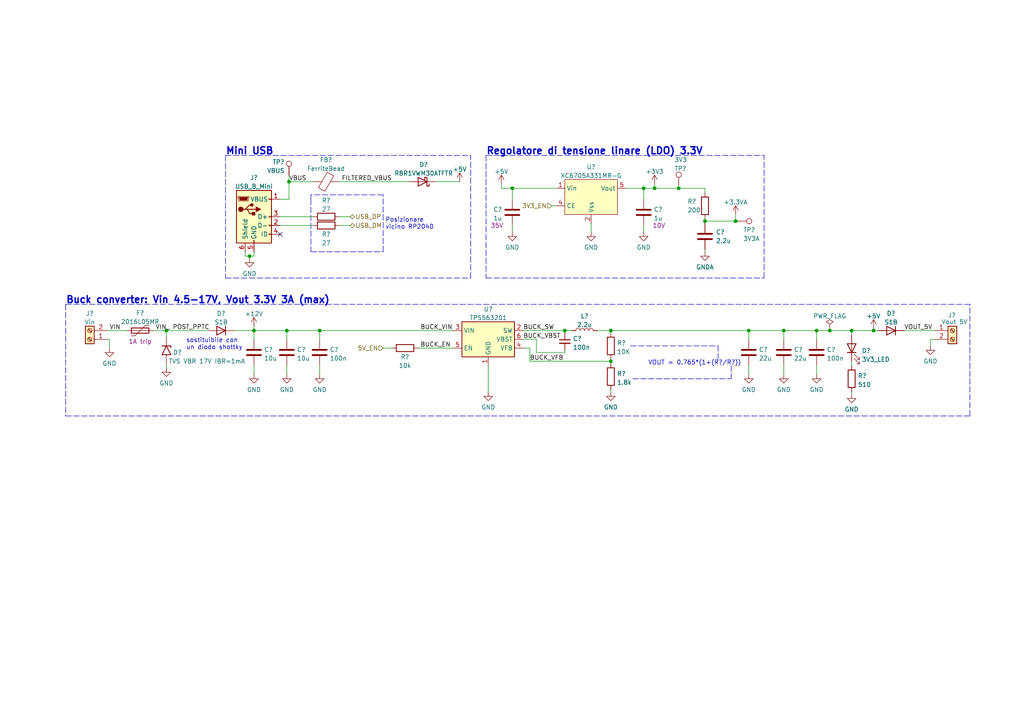
<source format=kicad_sch>
(kicad_sch (version 20211123) (generator eeschema)
  (paper "A4")
  (title_block (title "Scheda PSE RP2040") (date "2023-03-29") (rev "1.0") (comment 1 "Filippo Castellan ") (comment 2 "Edoardo Nicolodi") (comment 3 "Alessandro Speranza") (comment 4 "Ilaria Zamai"))
  (lib_symbols
    (symbol "Connector:Screw_Terminal_01x02" (pin_names (offset 1.016) hide)
      (property "Reference" "J" (at 0 2.54 0))
      (property "Value" "Screw_Terminal_01x02" (at 0 -5.08 0))
      (symbol "Screw_Terminal_01x02_1_1"
        (rectangle (start -1.27 1.27) (end 1.27 -3.81) (stroke (width 0.254)) (fill (type background)))
        (circle (center 0 -2.54) (radius 0.635) (stroke (width 0.1524)))
        (polyline (pts (xy -0.5334 -2.2098) (xy 0.3302 -3.048)) (stroke (width 0.1524)))
        (polyline (pts (xy -0.5334 0.3302) (xy 0.3302 -0.508)) (stroke (width 0.1524)))
        (polyline (pts (xy -0.3556 -2.032) (xy 0.508 -2.8702)) (stroke (width 0.1524)))
        (polyline (pts (xy -0.3556 0.508) (xy 0.508 -0.3302)) (stroke (width 0.1524)))
        (circle (center 0 0) (radius 0.635) (stroke (width 0.1524)))
        (pin passive line (at -5.08 0 0) (length 3.81) (name "Pin_1") (number "1"))
        (pin passive line (at -5.08 -2.54 0) (length 3.81) (name "Pin_2") (number "2"))
      )
    )
    (symbol "Connector:TestPoint" (pin_numbers hide) (pin_names (offset 0.762) hide)
      (property "Reference" "TP" (at 0 6.858 0))
      (property "Value" "TestPoint" (at 0 5.08 0))
      (symbol "TestPoint_0_1"
        (circle (center 0 3.302) (radius 0.762))
      )
      (symbol "TestPoint_1_1"
        (pin passive line (at 0 0 90) (length 2.54) (name "1") (number "1"))
      )
    )
    (symbol "Connector:USB_B_Mini" (pin_names (offset 1.016))
      (property "Reference" "J" (at -5.08 11.43 0))
      (property "Value" "USB_B_Mini" (at -5.08 8.89 0))
      (symbol "USB_B_Mini_0_1"
        (rectangle (start -5.08 -7.62) (end 5.08 7.62) (stroke (width 0.254)) (fill (type background)))
        (circle (center -3.81 2.159) (radius 0.635) (stroke (width 0.254)) (fill (type outline)))
        (circle (center -0.635 3.429) (radius 0.381) (stroke (width 0.254)) (fill (type outline)))
        (rectangle (start -0.127 -7.62) (end 0.127 -6.858))
        (polyline (pts (xy -1.905 2.159) (xy 0.635 2.159)) (stroke (width 0.254)))
        (polyline (pts (xy -3.175 2.159) (xy -2.54 2.159) (xy -1.27 3.429) (xy -0.635 3.429)) (stroke (width 0.254)))
        (polyline (pts (xy -2.54 2.159) (xy -1.905 2.159) (xy -1.27 0.889) (xy 0 0.889)) (stroke (width 0.254)))
        (polyline (pts (xy 0.635 2.794) (xy 0.635 1.524) (xy 1.905 2.159) (xy 0.635 2.794)) (stroke (width 0.254)) (fill (type outline)))
        (polyline (pts (xy -4.318 5.588) (xy -1.778 5.588) (xy -2.032 4.826) (xy -4.064 4.826) (xy -4.318 5.588)) (fill (type outline)))
        (polyline (pts (xy -4.699 5.842) (xy -4.699 5.588) (xy -4.445 4.826) (xy -4.445 4.572) (xy -1.651 4.572) (xy -1.651 4.826) (xy -1.397 5.588) (xy -1.397 5.842) (xy -4.699 5.842)))
        (rectangle (start 0.254 1.27) (end -0.508 0.508) (stroke (width 0.254)) (fill (type outline)))
        (rectangle (start 5.08 -5.207) (end 4.318 -4.953))
        (rectangle (start 5.08 -2.667) (end 4.318 -2.413))
        (rectangle (start 5.08 -0.127) (end 4.318 0.127))
        (rectangle (start 5.08 4.953) (end 4.318 5.207))
      )
      (symbol "USB_B_Mini_1_1"
        (pin power_out line (at 7.62 5.08 180) (length 2.54) (name "VBUS") (number "1"))
        (pin bidirectional line (at 7.62 -2.54 180) (length 2.54) (name "D-") (number "2"))
        (pin bidirectional line (at 7.62 0 180) (length 2.54) (name "D+") (number "3"))
        (pin passive line (at 7.62 -5.08 180) (length 2.54) (name "ID") (number "4"))
        (pin power_out line (at 0 -10.16 90) (length 2.54) (name "GND") (number "5"))
        (pin passive line (at -2.54 -10.16 90) (length 2.54) (name "Shield") (number "6"))
      )
    )
    (symbol "Device:C" (pin_numbers hide) (pin_names (offset 0.254))
      (property "Reference" "C" (at 0.635 2.54 0))
      (property "Value" "C" (at 0.635 -2.54 0))
      (symbol "C_0_1"
        (polyline (pts (xy -2.032 -0.762) (xy 2.032 -0.762)) (stroke (width 0.508)))
        (polyline (pts (xy -2.032 0.762) (xy 2.032 0.762)) (stroke (width 0.508)))
      )
      (symbol "C_1_1"
        (pin passive line (at 0 3.81 270) (length 2.794) (name "~") (number "1"))
        (pin passive line (at 0 -3.81 90) (length 2.794) (name "~") (number "2"))
      )
    )
    (symbol "Device:C_Small" (pin_numbers hide) (pin_names (offset 0.254) hide)
      (property "Reference" "C" (at 0.254 1.778 0))
      (property "Value" "C_Small" (at 0.254 -2.032 0))
      (symbol "C_Small_0_1"
        (polyline (pts (xy -1.524 -0.508) (xy 1.524 -0.508)) (stroke (width 0.3302)))
        (polyline (pts (xy -1.524 0.508) (xy 1.524 0.508)) (stroke (width 0.3048)))
      )
      (symbol "C_Small_1_1"
        (pin passive line (at 0 2.54 270) (length 2.032) (name "~") (number "1"))
        (pin passive line (at 0 -2.54 90) (length 2.032) (name "~") (number "2"))
      )
    )
    (symbol "Device:D" (pin_numbers hide) (pin_names (offset 1.016) hide)
      (property "Reference" "D" (at 0 2.54 0))
      (property "Value" "D" (at 0 -2.54 0))
      (symbol "D_0_1"
        (polyline (pts (xy -1.27 1.27) (xy -1.27 -1.27)) (stroke (width 0.254)))
        (polyline (pts (xy 1.27 0) (xy -1.27 0)))
        (polyline (pts (xy 1.27 1.27) (xy 1.27 -1.27) (xy -1.27 0) (xy 1.27 1.27)) (stroke (width 0.254)))
      )
      (symbol "D_1_1"
        (pin passive line (at -3.81 0 0) (length 2.54) (name "K") (number "1"))
        (pin passive line (at 3.81 0 180) (length 2.54) (name "A") (number "2"))
      )
    )
    (symbol "Device:D_Schottky" (pin_numbers hide) (pin_names (offset 1.016) hide)
      (property "Reference" "D" (at 0 2.54 0))
      (property "Value" "D_Schottky" (at 0 -2.54 0))
      (symbol "D_Schottky_0_1"
        (polyline (pts (xy 1.27 0) (xy -1.27 0)))
        (polyline (pts (xy 1.27 1.27) (xy 1.27 -1.27) (xy -1.27 0) (xy 1.27 1.27)) (stroke (width 0.254)))
        (polyline (pts (xy -1.905 0.635) (xy -1.905 1.27) (xy -1.27 1.27) (xy -1.27 -1.27) (xy -0.635 -1.27) (xy -0.635 -0.635)) (stroke (width 0.254)))
      )
      (symbol "D_Schottky_1_1"
        (pin passive line (at -3.81 0 0) (length 2.54) (name "K") (number "1"))
        (pin passive line (at 3.81 0 180) (length 2.54) (name "A") (number "2"))
      )
    )
    (symbol "Device:FerriteBead" (pin_numbers hide) (pin_names (offset 0))
      (property "Reference" "FB" (at -3.81 0.635 90))
      (property "Value" "FerriteBead" (at 3.81 0 90))
      (symbol "FerriteBead_0_1"
        (polyline (pts (xy 0 -1.27) (xy 0 -1.2192)))
        (polyline (pts (xy 0 1.27) (xy 0 1.2954)))
        (polyline (pts (xy -2.7686 0.4064) (xy -1.7018 2.2606) (xy 2.7686 -0.3048) (xy 1.6764 -2.159) (xy -2.7686 0.4064)))
      )
      (symbol "FerriteBead_1_1"
        (pin passive line (at 0 3.81 270) (length 2.54) (name "~") (number "1"))
        (pin passive line (at 0 -3.81 90) (length 2.54) (name "~") (number "2"))
      )
    )
    (symbol "Device:L" (pin_numbers hide) (pin_names (offset 1.016) hide)
      (property "Reference" "L" (at -1.27 0 90))
      (property "Value" "L" (at 1.905 0 90))
      (symbol "L_0_1"
        (arc (start 0 -2.54) (mid 0.635 -1.905) (end 0 -1.27))
        (arc (start 0 -1.27) (mid 0.635 -0.635) (end 0 0))
        (arc (start 0 0) (mid 0.635 0.635) (end 0 1.27))
        (arc (start 0 1.27) (mid 0.635 1.905) (end 0 2.54))
      )
      (symbol "L_1_1"
        (pin passive line (at 0 3.81 270) (length 1.27) (name "1") (number "1"))
        (pin passive line (at 0 -3.81 90) (length 1.27) (name "2") (number "2"))
      )
    )
    (symbol "Device:LED" (pin_numbers hide) (pin_names (offset 1.016) hide)
      (property "Reference" "D" (at 0 2.54 0))
      (property "Value" "LED" (at 0 -2.54 0))
      (symbol "LED_0_1"
        (polyline (pts (xy -1.27 -1.27) (xy -1.27 1.27)) (stroke (width 0.254)))
        (polyline (pts (xy -1.27 0) (xy 1.27 0)))
        (polyline (pts (xy 1.27 -1.27) (xy 1.27 1.27) (xy -1.27 0) (xy 1.27 -1.27)) (stroke (width 0.254)))
        (polyline (pts (xy -3.048 -0.762) (xy -4.572 -2.286) (xy -3.81 -2.286) (xy -4.572 -2.286) (xy -4.572 -1.524)))
        (polyline (pts (xy -1.778 -0.762) (xy -3.302 -2.286) (xy -2.54 -2.286) (xy -3.302 -2.286) (xy -3.302 -1.524)))
      )
      (symbol "LED_1_1"
        (pin passive line (at -3.81 0 0) (length 2.54) (name "K") (number "1"))
        (pin passive line (at 3.81 0 180) (length 2.54) (name "A") (number "2"))
      )
    )
    (symbol "Device:Polyfuse" (pin_numbers hide) (pin_names (offset 0))
      (property "Reference" "F" (at -2.54 0 90))
      (property "Value" "Polyfuse" (at 2.54 0 90))
      (symbol "Polyfuse_0_1"
        (rectangle (start -0.762 2.54) (end 0.762 -2.54) (stroke (width 0.254)))
        (polyline (pts (xy 0 2.54) (xy 0 -2.54)))
        (polyline (pts (xy -1.524 2.54) (xy -1.524 1.524) (xy 1.524 -1.524) (xy 1.524 -2.54)))
      )
      (symbol "Polyfuse_1_1"
        (pin passive line (at 0 3.81 270) (length 1.27) (name "~") (number "1"))
        (pin passive line (at 0 -3.81 90) (length 1.27) (name "~") (number "2"))
      )
    )
    (symbol "Device:R" (pin_numbers hide) (pin_names (offset 0))
      (property "Reference" "R" (at 2.032 0 90))
      (property "Value" "R" (at 0 0 90))
      (symbol "R_0_1"
        (rectangle (start -1.016 -2.54) (end 1.016 2.54) (stroke (width 0.254)))
      )
      (symbol "R_1_1"
        (pin passive line (at 0 3.81 270) (length 1.27) (name "~") (number "1"))
        (pin passive line (at 0 -3.81 90) (length 1.27) (name "~") (number "2"))
      )
    )
    (symbol "Diode:1.5KExxA" (pin_numbers hide) (pin_names (offset 1.016) hide)
      (property "Reference" "D" (at 0 2.54 0))
      (property "Value" "1.5KExxA" (at 0 -2.54 0))
      (symbol "1.5KExxA_0_1"
        (polyline (pts (xy -0.762 1.27) (xy -1.27 1.27) (xy -1.27 -1.27)) (stroke (width 0.254)))
        (polyline (pts (xy 1.27 1.27) (xy 1.27 -1.27) (xy -1.27 0) (xy 1.27 1.27)) (stroke (width 0.254)))
      )
      (symbol "1.5KExxA_1_1"
        (pin passive line (at -3.81 0 0) (length 2.54) (name "A1") (number "1"))
        (pin passive line (at 3.81 0 180) (length 2.54) (name "A2") (number "2"))
      )
    )
    (symbol "Regulator_Switching:TPS563200"
      (property "Reference" "U" (at -7.62 6.35 0))
      (property "Value" "TPS563200" (at -2.54 6.35 0))
      (symbol "TPS563200_0_1"
        (rectangle (start -7.62 5.08) (end 7.62 -5.08) (stroke (width 0.254)) (fill (type background)))
      )
      (symbol "TPS563200_1_1"
        (pin power_in line (at 0 -7.62 90) (length 2.54) (name "GND") (number "1"))
        (pin output line (at 10.16 2.54 180) (length 2.54) (name "SW") (number "2"))
        (pin power_in line (at -10.16 2.54 0) (length 2.54) (name "VIN") (number "3"))
        (pin input line (at 10.16 -2.54 180) (length 2.54) (name "VFB") (number "4"))
        (pin input line (at -10.16 -2.54 0) (length 2.54) (name "EN") (number "5"))
        (pin passive line (at 10.16 0 180) (length 2.54) (name "VBST") (number "6"))
      )
    )
    (symbol "_PSE 2022:XC6705A331MR-G"
      (property "Reference" "U" (at 0 6.35 0))
      (property "Value" "XC6705A331MR-G" (at 0 3.81 0))
      (symbol "XC6705A331MR-G_0_1"
        (rectangle (start -7.62 2.54) (end 7.62 -7.62) (stroke (width 0.1524)) (fill (type background)))
      )
      (symbol "XC6705A331MR-G_1_1"
        (pin power_in line (at -10.16 0 0) (length 2.54) (name "Vin") (number "1"))
        (pin power_in line (at 0 -10.16 90) (length 2.54) (name "Vss") (number "2"))
        (pin input line (at -10.16 -5.08 0) (length 2.54) (name "CE") (number "4"))
        (pin power_out line (at 10.16 0 180) (length 2.54) (name "Vout") (number "5"))
      )
    )
    (symbol "power:+12V" (power) (pin_names (offset 0))
      (property "Value" "+12V" (at 0 3.556 0))
      (symbol "+12V_0_1"
        (polyline (pts (xy -0.762 1.27) (xy 0 2.54)))
        (polyline (pts (xy 0 0) (xy 0 2.54)))
        (polyline (pts (xy 0 2.54) (xy 0.762 1.27)))
      )
      (symbol "+12V_1_1"
        (pin power_in line (at 0 0 90) (length 0) hide (name "+12V") (number "1"))
      )
    )
    (symbol "power:+3.3VA" (power) (pin_names (offset 0))
      (property "Value" "+3.3VA" (at 0 3.556 0))
      (symbol "+3.3VA_0_1"
        (polyline (pts (xy -0.762 1.27) (xy 0 2.54)))
        (polyline (pts (xy 0 0) (xy 0 2.54)))
        (polyline (pts (xy 0 2.54) (xy 0.762 1.27)))
      )
      (symbol "+3.3VA_1_1"
        (pin power_in line (at 0 0 90) (length 0) hide (name "+3.3VA") (number "1"))
      )
    )
    (symbol "power:+3V3" (power) (pin_names (offset 0))
      (property "Value" "+3V3" (at 0 3.556 0))
      (symbol "+3V3_0_1"
        (polyline (pts (xy -0.762 1.27) (xy 0 2.54)))
        (polyline (pts (xy 0 0) (xy 0 2.54)))
        (polyline (pts (xy 0 2.54) (xy 0.762 1.27)))
      )
      (symbol "+3V3_1_1"
        (pin power_in line (at 0 0 90) (length 0) hide (name "+3V3") (number "1"))
      )
    )
    (symbol "power:+5V" (power) (pin_names (offset 0))
      (property "Value" "+5V" (at 0 3.556 0))
      (symbol "+5V_0_1"
        (polyline (pts (xy -0.762 1.27) (xy 0 2.54)))
        (polyline (pts (xy 0 0) (xy 0 2.54)))
        (polyline (pts (xy 0 2.54) (xy 0.762 1.27)))
      )
      (symbol "+5V_1_1"
        (pin power_in line (at 0 0 90) (length 0) hide (name "+5V") (number "1"))
      )
    )
    (symbol "power:GND" (power) (pin_names (offset 0))
      (property "Value" "GND" (at 0 -3.81 0))
      (symbol "GND_0_1"
        (polyline (pts (xy 0 0) (xy 0 -1.27) (xy 1.27 -1.27) (xy 0 -2.54) (xy -1.27 -1.27) (xy 0 -1.27)))
      )
      (symbol "GND_1_1"
        (pin power_in line (at 0 0 270) (length 0) hide (name "GND") (number "1"))
      )
    )
    (symbol "power:GNDA" (power) (pin_names (offset 0))
      (property "Value" "GNDA" (at 0 -3.81 0))
      (symbol "GNDA_0_1"
        (polyline (pts (xy 0 0) (xy 0 -1.27) (xy 1.27 -1.27) (xy 0 -2.54) (xy -1.27 -1.27) (xy 0 -1.27)))
      )
      (symbol "GNDA_1_1"
        (pin power_in line (at 0 0 270) (length 0) hide (name "GNDA") (number "1"))
      )
    )
    (symbol "power:PWR_FLAG" (power) (pin_numbers hide) (pin_names (offset 0) hide)
      (property "Value" "PWR_FLAG" (at 0 3.81 0))
      (symbol "PWR_FLAG_0_0"
        (pin power_out line (at 0 0 90) (length 0) (name "pwr") (number "1"))
      )
      (symbol "PWR_FLAG_0_1"
        (polyline (pts (xy 0 0) (xy 0 1.27) (xy -1.016 1.905) (xy 0 2.54) (xy 1.016 1.905) (xy 0 1.27)))
      )
    )
  )
  (junction (at 240.665 95.885))
  (junction (at 236.855 95.885))
  (junction (at 213.36 64.135))
  (junction (at 148.59 54.61))
  (junction (at 83.82 52.705))
  (junction (at 72.39 74.295))
  (junction (at 177.165 104.775))
  (junction (at 92.71 95.885))
  (junction (at 48.26 95.885))
  (junction (at 73.66 95.885))
  (junction (at 247.015 95.885))
  (junction (at 204.47 64.135))
  (junction (at 189.865 54.61))
  (junction (at 177.165 95.885))
  (junction (at 227.33 95.885))
  (junction (at 186.69 54.61))
  (junction (at 196.85 54.61))
  (junction (at 253.365 95.885))
  (junction (at 217.17 95.885))
  (junction (at 83.185 95.885))
  (junction (at 163.83 95.885))
  (no_connect (at 81.28 67.945))
  (wire (pts (xy 81.28 62.865) (xy 90.805 62.865)))
  (polyline (pts (xy 183.515 109.855) (xy 212.09 109.855)))
  (wire (pts (xy 73.66 95.885) (xy 73.66 94.615)))
  (wire (pts (xy 254.635 95.885) (xy 253.365 95.885)))
  (wire (pts (xy 31.115 95.885) (xy 36.83 95.885)))
  (wire (pts (xy 72.39 74.295) (xy 72.39 74.93)))
  (wire (pts (xy 247.015 113.665) (xy 247.015 114.3)))
  (wire (pts (xy 126.365 52.705) (xy 133.35 52.705)))
  (wire (pts (xy 253.365 95.885) (xy 253.365 95.25)))
  (wire (pts (xy 196.85 54.61) (xy 204.47 54.61)))
  (wire (pts (xy 247.015 104.775) (xy 247.015 106.045)))
  (wire (pts (xy 171.45 64.77) (xy 171.45 67.31)))
  (wire (pts (xy 196.85 53.975) (xy 196.85 54.61)))
  (wire (pts (xy 271.145 98.425) (xy 269.875 98.425)))
  (wire (pts (xy 98.425 62.865) (xy 101.6 62.865)))
  (wire (pts (xy 83.185 106.045) (xy 83.185 108.585)))
  (wire (pts (xy 73.66 95.885) (xy 83.185 95.885)))
  (wire (pts (xy 186.69 57.785) (xy 186.69 54.61)))
  (polyline (pts (xy 140.97 45.085) (xy 140.97 80.645)))
  (polyline (pts (xy 65.405 45.085) (xy 65.405 80.645)))
  (wire (pts (xy 155.575 102.235) (xy 163.83 102.235)))
  (wire (pts (xy 73.66 74.295) (xy 73.66 73.025)))
  (wire (pts (xy 145.415 53.34) (xy 145.415 54.61)))
  (wire (pts (xy 98.425 65.405) (xy 101.6 65.405)))
  (wire (pts (xy 163.83 95.885) (xy 151.765 95.885)))
  (wire (pts (xy 153.67 100.965) (xy 151.765 100.965)))
  (wire (pts (xy 240.665 95.885) (xy 247.015 95.885)))
  (wire (pts (xy 186.69 54.61) (xy 189.865 54.61)))
  (wire (pts (xy 111.125 100.965) (xy 113.665 100.965)))
  (wire (pts (xy 145.415 54.61) (xy 148.59 54.61)))
  (wire (pts (xy 92.71 95.885) (xy 92.71 98.425)))
  (wire (pts (xy 247.015 95.885) (xy 247.015 97.155)))
  (wire (pts (xy 81.28 65.405) (xy 90.805 65.405)))
  (wire (pts (xy 163.83 95.885) (xy 165.735 95.885)))
  (polyline (pts (xy 90.17 56.515) (xy 90.17 57.785)))
  (polyline (pts (xy 111.125 73.025) (xy 111.125 56.515)))
  (wire (pts (xy 217.17 106.045) (xy 217.17 108.585)))
  (wire (pts (xy 73.66 98.425) (xy 73.66 95.885)))
  (wire (pts (xy 204.47 72.39) (xy 204.47 73.025)))
  (wire (pts (xy 177.165 104.775) (xy 153.67 104.775)))
  (polyline (pts (xy 111.125 56.515) (xy 90.17 56.515)))
  (polyline (pts (xy 65.405 80.645) (xy 136.525 80.645)))
  (polyline (pts (xy 140.97 80.645) (xy 221.615 80.645)))
  (wire (pts (xy 269.875 98.425) (xy 269.875 100.33)))
  (wire (pts (xy 31.115 98.425) (xy 31.75 98.425)))
  (wire (pts (xy 72.39 74.295) (xy 73.66 74.295)))
  (polyline (pts (xy 65.405 45.085) (xy 136.525 45.085)))
  (wire (pts (xy 204.47 54.61) (xy 204.47 55.88)))
  (wire (pts (xy 67.945 95.885) (xy 73.66 95.885)))
  (wire (pts (xy 247.015 95.885) (xy 253.365 95.885)))
  (polyline (pts (xy 208.28 104.14) (xy 208.28 100.33)))
  (polyline (pts (xy 281.305 120.65) (xy 281.305 88.265)))
  (wire (pts (xy 204.47 63.5) (xy 204.47 64.135)))
  (wire (pts (xy 141.605 106.045) (xy 141.605 113.665)))
  (wire (pts (xy 213.995 64.135) (xy 213.36 64.135)))
  (wire (pts (xy 186.69 65.405) (xy 186.69 67.31)))
  (polyline (pts (xy 90.17 73.025) (xy 111.125 73.025)))
  (polyline (pts (xy 136.525 80.645) (xy 136.525 45.085)))
  (wire (pts (xy 189.865 54.61) (xy 189.865 53.34)))
  (wire (pts (xy 71.12 74.295) (xy 72.39 74.295)))
  (wire (pts (xy 92.71 106.045) (xy 92.71 108.585)))
  (wire (pts (xy 177.165 104.14) (xy 177.165 104.775)))
  (wire (pts (xy 71.12 73.025) (xy 71.12 74.295)))
  (wire (pts (xy 92.71 95.885) (xy 131.445 95.885)))
  (wire (pts (xy 227.33 98.425) (xy 227.33 95.885)))
  (polyline (pts (xy 182.88 100.33) (xy 208.28 100.33)))
  (wire (pts (xy 48.26 105.41) (xy 48.26 106.68)))
  (wire (pts (xy 189.865 54.61) (xy 196.85 54.61)))
  (wire (pts (xy 83.185 98.425) (xy 83.185 95.885)))
  (wire (pts (xy 151.765 98.425) (xy 155.575 98.425)))
  (wire (pts (xy 148.59 54.61) (xy 148.59 57.785)))
  (polyline (pts (xy 19.05 120.65) (xy 281.305 120.65)))
  (wire (pts (xy 48.26 95.885) (xy 48.26 97.79)))
  (wire (pts (xy 186.69 54.61) (xy 181.61 54.61)))
  (wire (pts (xy 177.165 95.885) (xy 177.165 96.52)))
  (wire (pts (xy 173.355 95.885) (xy 177.165 95.885)))
  (wire (pts (xy 83.82 57.785) (xy 83.82 52.705)))
  (polyline (pts (xy 140.97 45.085) (xy 221.615 45.085)))
  (wire (pts (xy 217.17 95.885) (xy 227.33 95.885)))
  (wire (pts (xy 163.83 102.235) (xy 163.83 101.6)))
  (wire (pts (xy 31.75 98.425) (xy 31.75 100.965)))
  (polyline (pts (xy 19.05 88.265) (xy 19.05 120.65)))
  (polyline (pts (xy 221.615 80.645) (xy 221.615 45.085)))
  (wire (pts (xy 148.59 65.405) (xy 148.59 67.31)))
  (wire (pts (xy 213.36 62.23) (xy 213.36 64.135)))
  (wire (pts (xy 227.33 95.885) (xy 236.855 95.885)))
  (wire (pts (xy 160.02 59.69) (xy 161.29 59.69)))
  (polyline (pts (xy 19.05 88.265) (xy 281.305 88.265)))
  (wire (pts (xy 44.45 95.885) (xy 48.26 95.885)))
  (wire (pts (xy 48.26 95.885) (xy 60.325 95.885)))
  (wire (pts (xy 262.255 95.885) (xy 271.145 95.885)))
  (polyline (pts (xy 212.09 106.045) (xy 212.09 109.855)))
  (wire (pts (xy 177.165 104.775) (xy 177.165 105.41)))
  (wire (pts (xy 153.67 104.775) (xy 153.67 100.965)))
  (wire (pts (xy 98.425 52.705) (xy 118.745 52.705)))
  (wire (pts (xy 81.28 57.785) (xy 83.82 57.785)))
  (wire (pts (xy 217.17 95.885) (xy 217.17 98.425)))
  (wire (pts (xy 236.855 106.045) (xy 236.855 108.585)))
  (wire (pts (xy 227.33 106.045) (xy 227.33 108.585)))
  (wire (pts (xy 177.165 95.885) (xy 217.17 95.885)))
  (wire (pts (xy 83.185 95.885) (xy 92.71 95.885)))
  (wire (pts (xy 236.855 95.885) (xy 236.855 98.425)))
  (wire (pts (xy 177.165 113.03) (xy 177.165 113.665)))
  (wire (pts (xy 121.285 100.965) (xy 131.445 100.965)))
  (wire (pts (xy 240.665 95.25) (xy 240.665 95.885)))
  (wire (pts (xy 83.82 52.705) (xy 83.82 50.8)))
  (wire (pts (xy 236.855 95.885) (xy 240.665 95.885)))
  (wire (pts (xy 83.82 52.705) (xy 90.805 52.705)))
  (wire (pts (xy 73.66 106.045) (xy 73.66 108.585)))
  (wire (pts (xy 163.83 96.52) (xy 163.83 95.885)))
  (wire (pts (xy 148.59 54.61) (xy 161.29 54.61)))
  (wire (pts (xy 155.575 98.425) (xy 155.575 102.235)))
  (wire (pts (xy 204.47 64.135) (xy 204.47 64.77)))
  (wire (pts (xy 204.47 64.135) (xy 213.36 64.135)))
  (polyline (pts (xy 90.17 57.785) (xy 90.17 73.025)))
  (text "Posizionare\nvicino RP2040" (at 111.76 66.675 0) (effects (font (size 1.27 1.27)) (justify left bottom)))
  (text "sostituibile con\nun diodo shottky" (at 53.975 101.6 0) (effects (font (size 1.27 1.27)) (justify left bottom)))
  (text "Buck converter: Vin 4.5-17V, Vout 3.3V 3A (max)" (at 19.05 88.265 0) (effects (font (size 2 2) (thickness 0.4) bold) (justify left bottom)))
  (text "VOUT = 0.765*(1+(R?/R?))" (at 187.96 106.045 0) (effects (font (size 1.27 1.27)) (justify left bottom)))
  (text "Regolatore di tensione linare (LDO) 3.3V" (at 140.97 45.085 0) (effects (font (size 2 2) (thickness 0.4) bold) (justify left bottom)))
  (text "Mini USB" (at 65.405 45.085 0) (effects (font (size 2 2) (thickness 0.4) bold) (justify left bottom)))
  (label "BUCK_EN" (at 121.92 100.965 0))
  (label "VOUT_5V" (at 262.255 95.885 0))
  (label "BUCK_VBST" (at 151.765 98.425 0))
  (label "BUCK_VIN" (at 121.92 95.885 0))
  (label "BUCK_SW" (at 151.765 95.885 0))
  (label "VBUS" (at 83.82 52.705 0))
  (label "VIN" (at 31.75 95.885 0))
  (label "BUCK_VFB" (at 153.67 104.775 0))
  (label "FILTERED_VBUS" (at 99.06 52.705 0))
  (label "VIN_ POST_PPTC" (at 45.085 95.885 0))
  (hierarchical_label "5V_EN" (shape input) (at 111.125 100.965 180))
  (hierarchical_label "USB_DM" (shape bidirectional) (at 101.6 65.405 0))
  (hierarchical_label "3V3_EN" (shape input) (at 160.02 59.69 180))
  (hierarchical_label "USB_DP" (shape bidirectional) (at 101.6 62.865 0))
  (symbol (lib_id "Connector:TestPoint") (at 83.82 50.8 0) (mirror y) (unit 1)
    (property "Reference" "TP?" (at 82.55 46.99 0) (effects (justify left)))
    (property "Value" "VBUS" (at 82.55 49.5269 0) (effects (justify left)))
  )
  (symbol (lib_id "power:+5V") (at 253.365 95.25 0) (unit 1)
    (property "Reference" "#PWR0146" (effects hide))
    (property "Value" "+5V" (at 253.365 91.6742 0))
  )
  (symbol (lib_id "power:GND") (at 186.69 67.31 0) (unit 1)
    (property "Reference" "#PWR0151" (effects hide))
    (property "Value" "GND" (at 186.69 71.7534 0))
  )
  (symbol (lib_id "power:GND") (at 48.26 106.68 0) (unit 1)
    (property "Reference" "#PWR0162" (effects hide))
    (property "Value" "GND" (at 48.26 111.1234 0))
  )
  (symbol (lib_id "power:GND") (at 73.66 108.585 0) (unit 1)
    (property "Reference" "#PWR0161" (effects hide))
    (property "Value" "GND" (at 73.66 113.0284 0))
  )
  (symbol (lib_id "power:GND") (at 269.875 100.33 0) (unit 1)
    (property "Reference" "#PWR0150" (effects hide))
    (property "Value" "GND" (at 269.875 104.7734 0))
  )
  (symbol (lib_id "power:GND") (at 177.165 113.665 0) (unit 1)
    (property "Reference" "#PWR0157" (effects hide))
    (property "Value" "GND" (at 177.165 118.1084 0))
  )
  (symbol (lib_id "Connector:TestPoint") (at 196.85 53.975 0) (unit 1)
    (property "Reference" "TP?" (at 195.58 48.895 0) (effects (justify left)))
    (property "Value" "3V3" (at 195.58 46.3581 0) (effects (justify left)))
  )
  (symbol (lib_id "Device:C") (at 83.185 102.235 0) (unit 1)
    (property "Reference" "C?" (at 86.106 101.4003 0) (effects (justify left)))
    (property "Value" "10u" (at 86.106 103.9372 0) (effects (justify left)))
  )
  (symbol (lib_id "Connector:Screw_Terminal_01x02") (at 26.035 98.425 180) (unit 1)
    (property "Reference" "J?" (at 26.035 90.9152 0))
    (property "Value" "Vin" (at 26.035 93.4521 0))
  )
  (symbol (lib_id "Device:C") (at 217.17 102.235 0) (unit 1)
    (property "Reference" "C?" (at 220.091 101.4003 0) (effects (justify left)))
    (property "Value" "22u" (at 220.091 103.9372 0) (effects (justify left)))
  )
  (symbol (lib_id "power:GND") (at 92.71 108.585 0) (unit 1)
    (property "Reference" "#PWR0158" (effects hide))
    (property "Value" "GND" (at 92.71 113.0284 0))
  )
  (symbol (lib_id "_PSE 2022:XC6705A331MR-G") (at 171.45 54.61 0) (unit 1)
    (property "Reference" "U?" (at 171.45 48.421 0))
    (property "Value" "XC6705A331MR-G" (at 171.45 50.9579 0))
    (property "Footprint" "Package_TO_SOT_SMD:SOT-23-5" (effects hide))
    (property "Datasheet" "https://www.farnell.com/datasheets/3902361.pdf" (effects hide))
  )
  (symbol (lib_id "power:+3V3") (at 189.865 53.34 0) (unit 1)
    (property "Reference" "#PWR0155" (effects hide))
    (property "Value" "+3V3" (at 189.865 49.7642 0))
  )
  (symbol (lib_id "power:GND") (at 217.17 108.585 0) (unit 1)
    (property "Reference" "#PWR0149" (effects hide))
    (property "Value" "GND" (at 217.17 113.0284 0))
  )
  (symbol (lib_id "power:GND") (at 31.75 100.965 0) (unit 1)
    (property "Reference" "#PWR0159" (effects hide))
    (property "Value" "GND" (at 31.75 105.4084 0))
  )
  (symbol (lib_id "power:GND") (at 83.185 108.585 0) (unit 1)
    (property "Reference" "#PWR0160" (effects hide))
    (property "Value" "GND" (at 83.185 113.0284 0))
  )
  (symbol (lib_id "Connector:Screw_Terminal_01x02") (at 276.225 95.885 0) (unit 1)
    (property "Reference" "J?" (at 274.955 91.44 0) (effects (justify left)))
    (property "Value" "Vout 5V" (at 273.05 93.345 0) (effects (justify left)))
  )
  (symbol (lib_id "Device:R") (at 177.165 100.33 0) (unit 1)
    (property "Reference" "R?" (at 178.943 99.4953 0) (effects (justify left)))
    (property "Value" "10K" (at 178.943 102.0322 0) (effects (justify left)))
  )
  (symbol (lib_id "Device:D") (at 64.135 95.885 180) (unit 1)
    (property "Reference" "D?" (at 64.135 90.9152 0))
    (property "Value" "S1B" (at 64.135 93.4521 0))
  )
  (symbol (lib_id "Device:C") (at 186.69 61.595 0) (unit 1)
    (property "Reference" "C?" (at 189.611 60.7603 0) (effects (justify left)))
    (property "Value" "1u" (at 189.611 63.2972 0) (effects (justify left)))
    (property "Voltage" "10V" (at 191.135 65.405 0))
  )
  (symbol (lib_id "power:GND") (at 141.605 113.665 0) (unit 1)
    (property "Reference" "#PWR0156" (effects hide))
    (property "Value" "GND" (at 141.605 118.1084 0))
  )
  (symbol (lib_id "Device:C") (at 92.71 102.235 0) (unit 1)
    (property "Reference" "C?" (at 95.631 101.4003 0) (effects (justify left)))
    (property "Value" "100n" (at 95.631 103.9372 0) (effects (justify left)))
  )
  (symbol (lib_id "Device:C") (at 73.66 102.235 0) (unit 1)
    (property "Reference" "C?" (at 76.581 101.4003 0) (effects (justify left)))
    (property "Value" "10u" (at 76.581 103.9372 0) (effects (justify left)))
  )
  (symbol (lib_id "power:+5V") (at 145.415 53.34 0) (unit 1)
    (property "Reference" "#PWR0154" (effects hide))
    (property "Value" "+5V" (at 145.415 49.7642 0))
  )
  (symbol (lib_id "Device:C") (at 236.855 102.235 0) (unit 1)
    (property "Reference" "C?" (at 239.776 101.4003 0) (effects (justify left)))
    (property "Value" "100n" (at 239.776 103.9372 0) (effects (justify left)))
  )
  (symbol (lib_id "power:GND") (at 148.59 67.31 0) (unit 1)
    (property "Reference" "#PWR0167" (effects hide))
    (property "Value" "GND" (at 148.59 71.7534 0))
  )
  (symbol (lib_id "Device:Polyfuse") (at 40.64 95.885 90) (unit 1)
    (property "Reference" "F?" (at 40.64 90.7882 90))
    (property "Value" "2016L05MR" (at 40.64 93.3251 90))
    (property "Rating" "1A trip" (at 40.64 99.06 90))
  )
  (symbol (lib_id "Device:C") (at 227.33 102.235 0) (unit 1)
    (property "Reference" "C?" (at 230.251 101.4003 0) (effects (justify left)))
    (property "Value" "22u" (at 230.251 103.9372 0) (effects (justify left)))
  )
  (symbol (lib_id "Device:R") (at 117.475 100.965 270) (mirror x) (unit 1)
    (property "Reference" "R?" (at 117.475 103.5081 90))
    (property "Value" "10k" (at 117.475 106.045 90))
  )
  (symbol (lib_id "Device:C") (at 204.47 68.58 0) (unit 1)
    (property "Reference" "C?" (at 207.645 67.3131 0) (effects (justify left)))
    (property "Value" "2.2u" (at 207.645 69.85 0) (effects (justify left)))
  )
  (symbol (lib_id "power:+12V") (at 73.66 94.615 0) (unit 1)
    (property "Reference" "#PWR0165" (effects hide))
    (property "Value" "+12V" (at 73.66 91.0392 0))
  )
  (symbol (lib_id "Device:L") (at 169.545 95.885 90) (unit 1)
    (property "Reference" "L?" (at 169.545 91.6772 90))
    (property "Value" "2.2u" (at 169.545 94.2141 90))
  )
  (symbol (lib_id "power:+3.3VA") (at 213.36 62.23 0) (unit 1)
    (property "Reference" "#PWR0152" (effects hide))
    (property "Value" "+3.3VA" (at 213.36 58.6542 0))
  )
  (symbol (lib_id "Device:C_Small") (at 163.83 99.06 0) (unit 1)
    (property "Reference" "C?" (at 166.1541 98.2316 0) (effects (justify left)))
    (property "Value" "100n" (at 166.1541 100.7685 0) (effects (justify left)))
  )
  (symbol (lib_id "Device:LED") (at 247.015 100.965 90) (unit 1)
    (property "Reference" "D?" (at 249.936 101.7178 90) (effects (justify right)))
    (property "Value" "3V3_LED" (at 249.936 104.2547 90) (effects (justify right)))
  )
  (symbol (lib_id "Device:C") (at 148.59 61.595 0) (mirror y) (unit 1)
    (property "Reference" "C?" (at 145.669 60.7603 0) (effects (justify left)))
    (property "Value" "1u" (at 145.669 63.2972 0) (effects (justify left)))
    (property "Voltage" "35V" (at 144.145 65.405 0))
  )
  (symbol (lib_id "power:PWR_FLAG") (at 240.665 95.25 0) (unit 1)
    (property "Reference" "#FLG0101" (effects hide))
    (property "Value" "PWR_FLAG" (at 240.665 91.6742 0))
  )
  (symbol (lib_id "Connector:USB_B_Mini") (at 73.66 62.865 0) (unit 1)
    (property "Reference" "J?" (at 73.66 51.5452 0))
    (property "Value" "USB_B_Mini" (at 73.66 54.0821 0))
  )
  (symbol (lib_id "power:GND") (at 247.015 114.3 0) (unit 1)
    (property "Reference" "#PWR0145" (effects hide))
    (property "Value" "GND" (at 247.015 118.7434 0))
  )
  (symbol (lib_id "Device:FerriteBead") (at 94.615 52.705 90) (unit 1)
    (property "Reference" "FB?" (at 94.5642 46.3636 90))
    (property "Value" "FerriteBead" (at 94.5642 48.9005 90))
  )
  (symbol (lib_id "Device:R") (at 94.615 65.405 270) (mirror x) (unit 1)
    (property "Reference" "R?" (at 94.615 67.9481 90))
    (property "Value" "27" (at 94.615 70.485 90))
  )
  (symbol (lib_id "Connector:TestPoint") (at 213.995 64.135 270) (unit 1)
    (property "Reference" "TP?" (at 219.075 66.675 90) (effects (justify right)))
    (property "Value" "3V3A" (at 220.345 69.2181 90) (effects (justify right)))
  )
  (symbol (lib_id "Device:D_Schottky") (at 122.555 52.705 180) (unit 1)
    (property "Reference" "D?" (at 122.8725 47.7352 0))
    (property "Value" "RBR1VWM30ATFTR" (at 122.8725 50.2721 0))
  )
  (symbol (lib_id "Device:R") (at 177.165 109.22 0) (unit 1)
    (property "Reference" "R?" (at 178.943 108.3853 0) (effects (justify left)))
    (property "Value" "1.8k" (at 178.943 110.9222 0) (effects (justify left)))
  )
  (symbol (lib_id "Device:R") (at 204.47 59.69 0) (unit 1)
    (property "Reference" "R?" (at 199.39 58.4231 0) (effects (justify left)))
    (property "Value" "200" (at 199.39 60.96 0) (effects (justify left)))
  )
  (symbol (lib_id "Device:R") (at 94.615 62.865 90) (unit 1)
    (property "Reference" "R?" (at 94.615 58.1492 90))
    (property "Value" "27" (at 94.615 60.6861 90))
  )
  (symbol (lib_id "power:+5V") (at 133.35 52.705 0) (unit 1)
    (property "Reference" "#PWR0163" (effects hide))
    (property "Value" "+5V" (at 133.35 49.1292 0))
  )
  (symbol (lib_id "power:GND") (at 236.855 108.585 0) (unit 1)
    (property "Reference" "#PWR0147" (effects hide))
    (property "Value" "GND" (at 236.855 113.0284 0))
  )
  (symbol (lib_id "power:GND") (at 72.39 74.93 0) (unit 1)
    (property "Reference" "#PWR0164" (effects hide))
    (property "Value" "GND" (at 72.39 79.3734 0))
  )
  (symbol (lib_id "Device:D") (at 258.445 95.885 180) (unit 1)
    (property "Reference" "D?" (at 258.445 90.9152 0))
    (property "Value" "S1B" (at 258.445 93.4521 0))
  )
  (symbol (lib_id "Device:R") (at 247.015 109.855 0) (unit 1)
    (property "Reference" "R?" (at 248.793 109.0203 0) (effects (justify left)))
    (property "Value" "510" (at 248.793 111.5572 0) (effects (justify left)))
  )
  (symbol (lib_id "power:GND") (at 171.45 67.31 0) (unit 1)
    (property "Reference" "#PWR0166" (effects hide))
    (property "Value" "GND" (at 171.45 71.7534 0))
  )
  (symbol (lib_id "power:GNDA") (at 204.47 73.025 0) (unit 1)
    (property "Reference" "#PWR0153" (effects hide))
    (property "Value" "GNDA" (at 204.47 77.4684 0))
  )
  (symbol (lib_id "Diode:1.5KExxA") (at 48.26 101.6 270) (unit 1)
    (property "Reference" "D?" (at 50.165 102.235 90) (effects (justify left)))
    (property "Value" "TVS VBR 17V IBR=1mA" (at 48.895 104.775 90) (effects (justify left)))
    (property "Footprint" "Diode_THT:D_DO-201AE_P15.24mm_Horizontal" (effects hide))
    (property "Datasheet" "https://www.vishay.com/docs/88301/15ke.pdf" (effects hide))
  )
  (symbol (lib_id "Regulator_Switching:TPS563200") (at 141.605 98.425 0) (unit 1)
    (property "Reference" "U?" (at 141.605 89.6452 0))
    (property "Value" "TPS563201" (at 141.605 92.1821 0))
    (property "Footprint" "Package_TO_SOT_SMD:SOT-23-6" (effects hide))
    (property "Datasheet" "http://www.ti.com/lit/ds/symlink/tps563200.pdf" (effects hide))
  )
  (symbol (lib_id "power:GND") (at 227.33 108.585 0) (unit 1)
    (property "Reference" "#PWR0148" (effects hide))
    (property "Value" "GND" (at 227.33 113.0284 0))
  )
)
</source>
